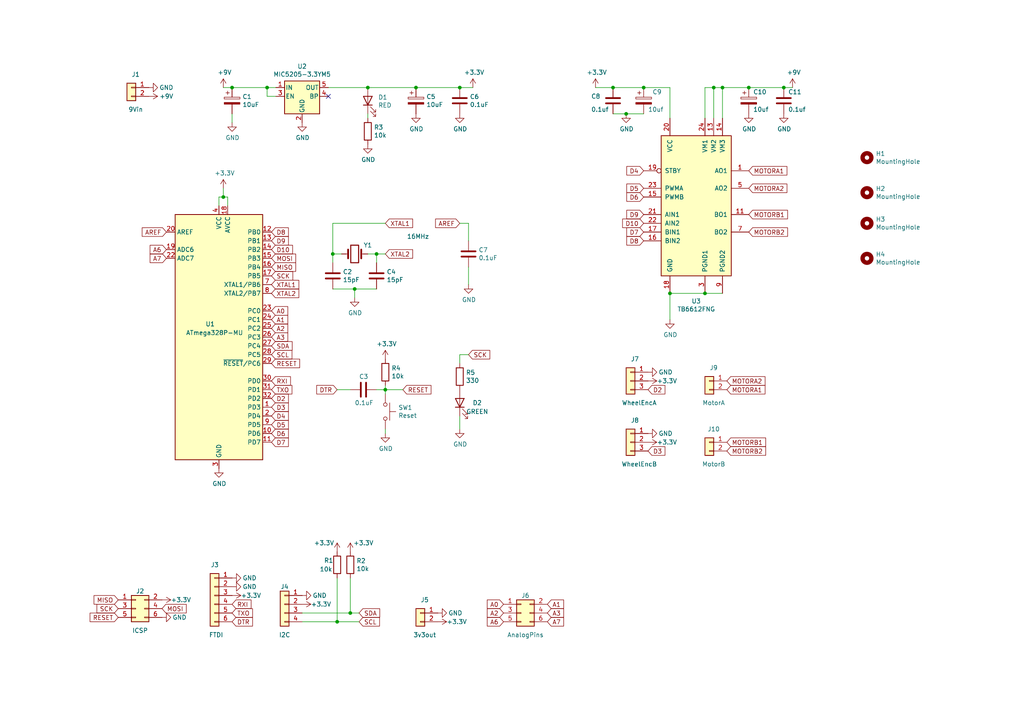
<source format=kicad_sch>
(kicad_sch (version 20230121) (generator eeschema)
  (paper "A4")
  (lib_symbols
    (symbol "Connector_Generic:Conn_01x02" (pin_names (offset 1.016) hide)
      (property "Reference" "J" (at 0 2.54 0))
      (property "Value" "Conn_01x02" (at 0 -5.08 0))
      (symbol "Conn_01x02_1_1"
        (rectangle (start -1.27 -2.413) (end 0 -2.667) (stroke (width 0.1524)))
        (rectangle (start -1.27 0.127) (end 0 -0.127) (stroke (width 0.1524)))
        (rectangle (start -1.27 1.27) (end 1.27 -3.81) (stroke (width 0.254)) (fill (type background)))
        (pin passive line (at -5.08 0 0) (length 3.81) (name "Pin_1") (number "1"))
        (pin passive line (at -5.08 -2.54 0) (length 3.81) (name "Pin_2") (number "2"))
      )
    )
    (symbol "Connector_Generic:Conn_01x03" (pin_names (offset 1.016) hide)
      (property "Reference" "J" (at 0 5.08 0))
      (property "Value" "Conn_01x03" (at 0 -5.08 0))
      (symbol "Conn_01x03_1_1"
        (rectangle (start -1.27 -2.413) (end 0 -2.667) (stroke (width 0.1524)))
        (rectangle (start -1.27 0.127) (end 0 -0.127) (stroke (width 0.1524)))
        (rectangle (start -1.27 2.667) (end 0 2.413) (stroke (width 0.1524)))
        (rectangle (start -1.27 3.81) (end 1.27 -3.81) (stroke (width 0.254)) (fill (type background)))
        (pin passive line (at -5.08 2.54 0) (length 3.81) (name "Pin_1") (number "1"))
        (pin passive line (at -5.08 0 0) (length 3.81) (name "Pin_2") (number "2"))
        (pin passive line (at -5.08 -2.54 0) (length 3.81) (name "Pin_3") (number "3"))
      )
    )
    (symbol "Connector_Generic:Conn_01x04" (pin_names (offset 1.016) hide)
      (property "Reference" "J" (at 0 5.08 0))
      (property "Value" "Conn_01x04" (at 0 -7.62 0))
      (symbol "Conn_01x04_1_1"
        (rectangle (start -1.27 -4.953) (end 0 -5.207) (stroke (width 0.1524)))
        (rectangle (start -1.27 -2.413) (end 0 -2.667) (stroke (width 0.1524)))
        (rectangle (start -1.27 0.127) (end 0 -0.127) (stroke (width 0.1524)))
        (rectangle (start -1.27 2.667) (end 0 2.413) (stroke (width 0.1524)))
        (rectangle (start -1.27 3.81) (end 1.27 -6.35) (stroke (width 0.254)) (fill (type background)))
        (pin passive line (at -5.08 2.54 0) (length 3.81) (name "Pin_1") (number "1"))
        (pin passive line (at -5.08 0 0) (length 3.81) (name "Pin_2") (number "2"))
        (pin passive line (at -5.08 -2.54 0) (length 3.81) (name "Pin_3") (number "3"))
        (pin passive line (at -5.08 -5.08 0) (length 3.81) (name "Pin_4") (number "4"))
      )
    )
    (symbol "Connector_Generic:Conn_01x06" (pin_names (offset 1.016) hide)
      (property "Reference" "J" (at 0 7.62 0))
      (property "Value" "Conn_01x06" (at 0 -10.16 0))
      (symbol "Conn_01x06_1_1"
        (rectangle (start -1.27 -7.493) (end 0 -7.747) (stroke (width 0.1524)))
        (rectangle (start -1.27 -4.953) (end 0 -5.207) (stroke (width 0.1524)))
        (rectangle (start -1.27 -2.413) (end 0 -2.667) (stroke (width 0.1524)))
        (rectangle (start -1.27 0.127) (end 0 -0.127) (stroke (width 0.1524)))
        (rectangle (start -1.27 2.667) (end 0 2.413) (stroke (width 0.1524)))
        (rectangle (start -1.27 5.207) (end 0 4.953) (stroke (width 0.1524)))
        (rectangle (start -1.27 6.35) (end 1.27 -8.89) (stroke (width 0.254)) (fill (type background)))
        (pin passive line (at -5.08 5.08 0) (length 3.81) (name "Pin_1") (number "1"))
        (pin passive line (at -5.08 2.54 0) (length 3.81) (name "Pin_2") (number "2"))
        (pin passive line (at -5.08 0 0) (length 3.81) (name "Pin_3") (number "3"))
        (pin passive line (at -5.08 -2.54 0) (length 3.81) (name "Pin_4") (number "4"))
        (pin passive line (at -5.08 -5.08 0) (length 3.81) (name "Pin_5") (number "5"))
        (pin passive line (at -5.08 -7.62 0) (length 3.81) (name "Pin_6") (number "6"))
      )
    )
    (symbol "Connector_Generic:Conn_02x03_Odd_Even" (pin_names (offset 1.016) hide)
      (property "Reference" "J" (at 1.27 5.08 0))
      (property "Value" "Conn_02x03_Odd_Even" (at 1.27 -5.08 0))
      (symbol "Conn_02x03_Odd_Even_1_1"
        (rectangle (start -1.27 -2.413) (end 0 -2.667) (stroke (width 0.1524)))
        (rectangle (start -1.27 0.127) (end 0 -0.127) (stroke (width 0.1524)))
        (rectangle (start -1.27 2.667) (end 0 2.413) (stroke (width 0.1524)))
        (rectangle (start -1.27 3.81) (end 3.81 -3.81) (stroke (width 0.254)) (fill (type background)))
        (rectangle (start 3.81 -2.413) (end 2.54 -2.667) (stroke (width 0.1524)))
        (rectangle (start 3.81 0.127) (end 2.54 -0.127) (stroke (width 0.1524)))
        (rectangle (start 3.81 2.667) (end 2.54 2.413) (stroke (width 0.1524)))
        (pin passive line (at -5.08 2.54 0) (length 3.81) (name "Pin_1") (number "1"))
        (pin passive line (at 7.62 2.54 180) (length 3.81) (name "Pin_2") (number "2"))
        (pin passive line (at -5.08 0 0) (length 3.81) (name "Pin_3") (number "3"))
        (pin passive line (at 7.62 0 180) (length 3.81) (name "Pin_4") (number "4"))
        (pin passive line (at -5.08 -2.54 0) (length 3.81) (name "Pin_5") (number "5"))
        (pin passive line (at 7.62 -2.54 180) (length 3.81) (name "Pin_6") (number "6"))
      )
    )
    (symbol "Device:C" (pin_numbers hide) (pin_names (offset 0.254))
      (property "Reference" "C" (at 0.635 2.54 0))
      (property "Value" "C" (at 0.635 -2.54 0))
      (symbol "C_0_1"
        (polyline (pts (xy -2.032 -0.762) (xy 2.032 -0.762)) (stroke (width 0.508)))
        (polyline (pts (xy -2.032 0.762) (xy 2.032 0.762)) (stroke (width 0.508)))
      )
      (symbol "C_1_1"
        (pin passive line (at 0 3.81 270) (length 2.794) (name "~") (number "1"))
        (pin passive line (at 0 -3.81 90) (length 2.794) (name "~") (number "2"))
      )
    )
    (symbol "Device:CP" (pin_numbers hide) (pin_names (offset 0.254))
      (property "Reference" "C" (at 0.635 2.54 0))
      (property "Value" "Device_CP" (at 0.635 -2.54 0))
      (symbol "CP_0_1"
        (rectangle (start -2.286 0.508) (end 2.286 1.016))
        (polyline (pts (xy -1.778 2.286) (xy -0.762 2.286)))
        (polyline (pts (xy -1.27 2.794) (xy -1.27 1.778)))
        (rectangle (start 2.286 -0.508) (end -2.286 -1.016) (fill (type outline)))
      )
      (symbol "CP_1_1"
        (pin passive line (at 0 3.81 270) (length 2.794) (name "~") (number "1"))
        (pin passive line (at 0 -3.81 90) (length 2.794) (name "~") (number "2"))
      )
    )
    (symbol "Device:Crystal" (pin_numbers hide) (pin_names (offset 1.016) hide)
      (property "Reference" "Y" (at 0 3.81 0))
      (property "Value" "Crystal" (at 0 -3.81 0))
      (symbol "Crystal_0_1"
        (rectangle (start -1.143 2.54) (end 1.143 -2.54) (stroke (width 0.3048)))
        (polyline (pts (xy -2.54 0) (xy -1.905 0)))
        (polyline (pts (xy -1.905 -1.27) (xy -1.905 1.27)) (stroke (width 0.508)))
        (polyline (pts (xy 1.905 -1.27) (xy 1.905 1.27)) (stroke (width 0.508)))
        (polyline (pts (xy 2.54 0) (xy 1.905 0)))
      )
      (symbol "Crystal_1_1"
        (pin passive line (at -3.81 0 0) (length 1.27) (name "1") (number "1"))
        (pin passive line (at 3.81 0 180) (length 1.27) (name "2") (number "2"))
      )
    )
    (symbol "Device:LED" (pin_numbers hide) (pin_names (offset 1.016) hide)
      (property "Reference" "D" (at 0 2.54 0))
      (property "Value" "LED" (at 0 -2.54 0))
      (symbol "LED_0_1"
        (polyline (pts (xy -1.27 -1.27) (xy -1.27 1.27)) (stroke (width 0.254)))
        (polyline (pts (xy -1.27 0) (xy 1.27 0)))
        (polyline (pts (xy 1.27 -1.27) (xy 1.27 1.27) (xy -1.27 0) (xy 1.27 -1.27)) (stroke (width 0.254)))
        (polyline (pts (xy -3.048 -0.762) (xy -4.572 -2.286) (xy -3.81 -2.286) (xy -4.572 -2.286) (xy -4.572 -1.524)))
        (polyline (pts (xy -1.778 -0.762) (xy -3.302 -2.286) (xy -2.54 -2.286) (xy -3.302 -2.286) (xy -3.302 -1.524)))
      )
      (symbol "LED_1_1"
        (pin passive line (at -3.81 0 0) (length 2.54) (name "K") (number "1"))
        (pin passive line (at 3.81 0 180) (length 2.54) (name "A") (number "2"))
      )
    )
    (symbol "Device:R" (pin_numbers hide) (pin_names (offset 0))
      (property "Reference" "R" (at 2.032 0 90))
      (property "Value" "R" (at 0 0 90))
      (symbol "R_0_1"
        (rectangle (start -1.016 -2.54) (end 1.016 2.54) (stroke (width 0.254)))
      )
      (symbol "R_1_1"
        (pin passive line (at 0 3.81 270) (length 1.27) (name "~") (number "1"))
        (pin passive line (at 0 -3.81 90) (length 1.27) (name "~") (number "2"))
      )
    )
    (symbol "Driver_Motor:TB6612FNG" (pin_names (offset 1.016))
      (property "Reference" "U" (at 11.43 17.78 0))
      (property "Value" "TB6612FNG" (at 11.43 15.24 0))
      (symbol "TB6612FNG_0_1"
        (rectangle (start -10.16 20.32) (end 10.16 -20.32) (stroke (width 0.254)) (fill (type background)))
      )
      (symbol "TB6612FNG_1_1"
        (pin output line (at 15.24 10.16 180) (length 5.08) (name "AO1") (number "1"))
        (pin passive line (at 7.62 -25.4 90) (length 5.08) hide (name "PGND2") (number "10"))
        (pin output line (at 15.24 -2.54 180) (length 5.08) (name "BO1") (number "11"))
        (pin passive line (at 15.24 -2.54 180) (length 5.08) hide (name "BO1") (number "12"))
        (pin power_in line (at 5.08 25.4 270) (length 5.08) (name "VM2") (number "13"))
        (pin power_in line (at 7.62 25.4 270) (length 5.08) (name "VM3") (number "14"))
        (pin input line (at -15.24 2.54 0) (length 5.08) (name "PWMB") (number "15"))
        (pin input line (at -15.24 -10.16 0) (length 5.08) (name "BIN2") (number "16"))
        (pin input line (at -15.24 -7.62 0) (length 5.08) (name "BIN1") (number "17"))
        (pin power_in line (at -7.62 -25.4 90) (length 5.08) (name "GND") (number "18"))
        (pin input inverted (at -15.24 10.16 0) (length 5.08) (name "STBY") (number "19"))
        (pin passive line (at 15.24 10.16 180) (length 5.08) hide (name "AO1") (number "2"))
        (pin power_in line (at -7.62 25.4 270) (length 5.08) (name "VCC") (number "20"))
        (pin input line (at -15.24 -2.54 0) (length 5.08) (name "AIN1") (number "21"))
        (pin input line (at -15.24 -5.08 0) (length 5.08) (name "AIN2") (number "22"))
        (pin input line (at -15.24 5.08 0) (length 5.08) (name "PWMA") (number "23"))
        (pin power_in line (at 2.54 25.4 270) (length 5.08) (name "VM1") (number "24"))
        (pin power_in line (at 2.54 -25.4 90) (length 5.08) (name "PGND1") (number "3"))
        (pin passive line (at 2.54 -25.4 90) (length 5.08) hide (name "PGND1") (number "4"))
        (pin output line (at 15.24 5.08 180) (length 5.08) (name "AO2") (number "5"))
        (pin passive line (at 15.24 5.08 180) (length 5.08) hide (name "AO2") (number "6"))
        (pin output line (at 15.24 -7.62 180) (length 5.08) (name "BO2") (number "7"))
        (pin passive line (at 15.24 -7.62 180) (length 5.08) hide (name "BO2") (number "8"))
        (pin power_in line (at 7.62 -25.4 90) (length 5.08) (name "PGND2") (number "9"))
      )
    )
    (symbol "MCU_Microchip_ATmega:ATmega328P-MU"
      (property "Reference" "U" (at -12.7 36.83 0))
      (property "Value" "MCU_Microchip_ATmega_ATmega328P-MU" (at 2.54 -36.83 0))
      (symbol "ATmega328P-MU_0_1"
        (rectangle (start -12.7 -35.56) (end 12.7 35.56) (stroke (width 0.254)) (fill (type background)))
      )
      (symbol "ATmega328P-MU_1_1"
        (pin bidirectional line (at 15.24 -20.32 180) (length 2.54) (name "PD3") (number "1"))
        (pin bidirectional line (at 15.24 -27.94 180) (length 2.54) (name "PD6") (number "10"))
        (pin bidirectional line (at 15.24 -30.48 180) (length 2.54) (name "PD7") (number "11"))
        (pin bidirectional line (at 15.24 30.48 180) (length 2.54) (name "PB0") (number "12"))
        (pin bidirectional line (at 15.24 27.94 180) (length 2.54) (name "PB1") (number "13"))
        (pin bidirectional line (at 15.24 25.4 180) (length 2.54) (name "PB2") (number "14"))
        (pin bidirectional line (at 15.24 22.86 180) (length 2.54) (name "PB3") (number "15"))
        (pin bidirectional line (at 15.24 20.32 180) (length 2.54) (name "PB4") (number "16"))
        (pin bidirectional line (at 15.24 17.78 180) (length 2.54) (name "PB5") (number "17"))
        (pin power_in line (at 2.54 38.1 270) (length 2.54) (name "AVCC") (number "18"))
        (pin input line (at -15.24 25.4 0) (length 2.54) (name "ADC6") (number "19"))
        (pin bidirectional line (at 15.24 -22.86 180) (length 2.54) (name "PD4") (number "2"))
        (pin passive line (at -15.24 30.48 0) (length 2.54) (name "AREF") (number "20"))
        (pin passive line (at 0 -38.1 90) (length 2.54) hide (name "GND") (number "21"))
        (pin input line (at -15.24 22.86 0) (length 2.54) (name "ADC7") (number "22"))
        (pin bidirectional line (at 15.24 7.62 180) (length 2.54) (name "PC0") (number "23"))
        (pin bidirectional line (at 15.24 5.08 180) (length 2.54) (name "PC1") (number "24"))
        (pin bidirectional line (at 15.24 2.54 180) (length 2.54) (name "PC2") (number "25"))
        (pin bidirectional line (at 15.24 0 180) (length 2.54) (name "PC3") (number "26"))
        (pin bidirectional line (at 15.24 -2.54 180) (length 2.54) (name "PC4") (number "27"))
        (pin bidirectional line (at 15.24 -5.08 180) (length 2.54) (name "PC5") (number "28"))
        (pin bidirectional line (at 15.24 -7.62 180) (length 2.54) (name "~{RESET}/PC6") (number "29"))
        (pin power_in line (at 0 -38.1 90) (length 2.54) (name "GND") (number "3"))
        (pin bidirectional line (at 15.24 -12.7 180) (length 2.54) (name "PD0") (number "30"))
        (pin bidirectional line (at 15.24 -15.24 180) (length 2.54) (name "PD1") (number "31"))
        (pin bidirectional line (at 15.24 -17.78 180) (length 2.54) (name "PD2") (number "32"))
        (pin passive line (at 0 -38.1 90) (length 2.54) hide (name "GND") (number "33"))
        (pin power_in line (at 0 38.1 270) (length 2.54) (name "VCC") (number "4"))
        (pin passive line (at 0 -38.1 90) (length 2.54) hide (name "GND") (number "5"))
        (pin passive line (at 0 38.1 270) (length 2.54) hide (name "VCC") (number "6"))
        (pin bidirectional line (at 15.24 15.24 180) (length 2.54) (name "XTAL1/PB6") (number "7"))
        (pin bidirectional line (at 15.24 12.7 180) (length 2.54) (name "XTAL2/PB7") (number "8"))
        (pin bidirectional line (at 15.24 -25.4 180) (length 2.54) (name "PD5") (number "9"))
      )
    )
    (symbol "Mechanical:MountingHole" (pin_names (offset 1.016))
      (property "Reference" "H" (at 0 5.08 0))
      (property "Value" "MountingHole" (at 0 3.175 0))
      (symbol "MountingHole_0_1"
        (circle (center 0 0) (radius 1.27) (stroke (width 1.27)))
      )
    )
    (symbol "Regulator_Linear:MIC5205-3.3YM5" (pin_names (offset 0.254))
      (property "Reference" "U" (at -3.81 5.715 0))
      (property "Value" "MIC5205-3.3YM5" (at 0 5.715 0))
      (symbol "MIC5205-3.3YM5_0_1"
        (rectangle (start -5.08 4.445) (end 5.08 -5.08) (stroke (width 0.254)) (fill (type background)))
      )
      (symbol "MIC5205-3.3YM5_1_1"
        (pin power_in line (at -7.62 2.54 0) (length 2.54) (name "IN") (number "1"))
        (pin power_in line (at 0 -7.62 90) (length 2.54) (name "GND") (number "2"))
        (pin input line (at -7.62 0 0) (length 2.54) (name "EN") (number "3"))
        (pin input line (at 7.62 0 180) (length 2.54) (name "BP") (number "4"))
        (pin power_out line (at 7.62 2.54 180) (length 2.54) (name "OUT") (number "5"))
      )
    )
    (symbol "Switch:SW_Push" (pin_numbers hide) (pin_names (offset 1.016) hide)
      (property "Reference" "SW" (at 1.27 2.54 0))
      (property "Value" "SW_Push" (at 0 -1.524 0))
      (symbol "SW_Push_0_1"
        (circle (center -2.032 0) (radius 0.508))
        (polyline (pts (xy 0 1.27) (xy 0 3.048)))
        (polyline (pts (xy 2.54 1.27) (xy -2.54 1.27)))
        (circle (center 2.032 0) (radius 0.508))
        (pin passive line (at -5.08 0 0) (length 2.54) (name "1") (number "1"))
        (pin passive line (at 5.08 0 180) (length 2.54) (name "2") (number "2"))
      )
    )
    (symbol "power:+3.3V" (power) (pin_names (offset 0))
      (property "Value" "+3.3V" (at 0 3.556 0))
      (symbol "+3.3V_0_1"
        (polyline (pts (xy -0.762 1.27) (xy 0 2.54)))
        (polyline (pts (xy 0 0) (xy 0 2.54)))
        (polyline (pts (xy 0 2.54) (xy 0.762 1.27)))
      )
      (symbol "+3.3V_1_1"
        (pin power_in line (at 0 0 90) (length 0) hide (name "+3.3V") (number "1"))
      )
    )
    (symbol "power:+9V" (power) (pin_names (offset 0))
      (property "Value" "+9V" (at 0 3.556 0))
      (symbol "+9V_0_1"
        (polyline (pts (xy -0.762 1.27) (xy 0 2.54)))
        (polyline (pts (xy 0 0) (xy 0 2.54)))
        (polyline (pts (xy 0 2.54) (xy 0.762 1.27)))
      )
      (symbol "+9V_1_1"
        (pin power_in line (at 0 0 90) (length 0) hide (name "+9V") (number "1"))
      )
    )
    (symbol "power:GND" (power) (pin_names (offset 0))
      (property "Value" "GND" (at 0 -3.81 0))
      (symbol "GND_0_1"
        (polyline (pts (xy 0 0) (xy 0 -1.27) (xy 1.27 -1.27) (xy 0 -2.54) (xy -1.27 -1.27) (xy 0 -1.27)))
      )
      (symbol "GND_1_1"
        (pin power_in line (at 0 0 270) (length 0) hide (name "GND") (number "1"))
      )
    )
  )
  (junction (at 186.69 25.4))
  (junction (at 111.76 113.03))
  (junction (at 106.68 25.4))
  (junction (at 181.61 33.02))
  (junction (at 64.77 57.15))
  (junction (at 120.65 25.4))
  (junction (at 227.33 25.4))
  (junction (at 109.22 73.66))
  (junction (at 97.79 180.34))
  (junction (at 77.47 25.4))
  (junction (at 194.31 85.09))
  (junction (at 102.87 83.82))
  (junction (at 67.31 25.4))
  (junction (at 101.6 177.8))
  (junction (at 96.52 73.66))
  (junction (at 217.17 25.4))
  (junction (at 204.47 85.09))
  (junction (at 209.55 25.4))
  (junction (at 177.8 25.4))
  (junction (at 133.35 25.4))
  (junction (at 207.01 25.4))
  (no_connect (at 95.25 27.94))
  (wire (pts (xy 204.47 85.09) (xy 194.31 85.09)))
  (wire (pts (xy 104.14 180.34) (xy 97.79 180.34)))
  (wire (pts (xy 64.77 57.15) (xy 66.04 57.15)))
  (wire (pts (xy 120.65 25.4) (xy 133.35 25.4)))
  (wire (pts (xy 106.68 25.4) (xy 120.65 25.4)))
  (wire (pts (xy 135.89 64.77) (xy 135.89 69.85)))
  (wire (pts (xy 101.6 113.03) (xy 97.79 113.03)))
  (wire (pts (xy 207.01 25.4) (xy 207.01 34.29)))
  (wire (pts (xy 133.35 64.77) (xy 135.89 64.77)))
  (wire (pts (xy 66.04 57.15) (xy 66.04 59.69)))
  (wire (pts (xy 97.79 180.34) (xy 87.63 180.34)))
  (wire (pts (xy 97.79 167.64) (xy 97.79 180.34)))
  (wire (pts (xy 77.47 27.94) (xy 80.01 27.94)))
  (wire (pts (xy 111.76 113.03) (xy 116.84 113.03)))
  (wire (pts (xy 204.47 25.4) (xy 207.01 25.4)))
  (wire (pts (xy 204.47 25.4) (xy 204.47 34.29)))
  (wire (pts (xy 64.77 57.15) (xy 64.77 54.61)))
  (wire (pts (xy 67.31 33.02) (xy 67.31 35.56)))
  (wire (pts (xy 106.68 33.02) (xy 106.68 34.29)))
  (wire (pts (xy 194.31 25.4) (xy 194.31 34.29)))
  (wire (pts (xy 109.22 73.66) (xy 111.76 73.66)))
  (wire (pts (xy 106.68 73.66) (xy 109.22 73.66)))
  (wire (pts (xy 96.52 76.2) (xy 96.52 73.66)))
  (wire (pts (xy 133.35 25.4) (xy 137.16 25.4)))
  (wire (pts (xy 109.22 73.66) (xy 109.22 76.2)))
  (wire (pts (xy 95.25 25.4) (xy 106.68 25.4)))
  (wire (pts (xy 102.87 86.36) (xy 102.87 83.82)))
  (wire (pts (xy 67.31 25.4) (xy 77.47 25.4)))
  (wire (pts (xy 87.63 177.8) (xy 101.6 177.8)))
  (wire (pts (xy 177.8 25.4) (xy 186.69 25.4)))
  (wire (pts (xy 77.47 25.4) (xy 77.47 27.94)))
  (wire (pts (xy 111.76 113.03) (xy 111.76 114.3)))
  (wire (pts (xy 181.61 33.02) (xy 186.69 33.02)))
  (wire (pts (xy 101.6 167.64) (xy 101.6 177.8)))
  (wire (pts (xy 63.5 59.69) (xy 63.5 57.15)))
  (wire (pts (xy 77.47 25.4) (xy 80.01 25.4)))
  (wire (pts (xy 111.76 111.76) (xy 111.76 113.03)))
  (wire (pts (xy 209.55 85.09) (xy 204.47 85.09)))
  (wire (pts (xy 227.33 25.4) (xy 217.17 25.4)))
  (wire (pts (xy 172.72 25.4) (xy 177.8 25.4)))
  (wire (pts (xy 109.22 113.03) (xy 111.76 113.03)))
  (wire (pts (xy 102.87 83.82) (xy 109.22 83.82)))
  (wire (pts (xy 96.52 64.77) (xy 111.76 64.77)))
  (wire (pts (xy 133.35 102.87) (xy 133.35 105.41)))
  (wire (pts (xy 63.5 57.15) (xy 64.77 57.15)))
  (wire (pts (xy 229.87 25.4) (xy 227.33 25.4)))
  (wire (pts (xy 209.55 25.4) (xy 217.17 25.4)))
  (wire (pts (xy 135.89 102.87) (xy 133.35 102.87)))
  (wire (pts (xy 186.69 25.4) (xy 194.31 25.4)))
  (wire (pts (xy 64.77 25.4) (xy 67.31 25.4)))
  (wire (pts (xy 207.01 25.4) (xy 209.55 25.4)))
  (wire (pts (xy 96.52 73.66) (xy 99.06 73.66)))
  (wire (pts (xy 209.55 25.4) (xy 209.55 34.29)))
  (wire (pts (xy 111.76 124.46) (xy 111.76 125.73)))
  (wire (pts (xy 177.8 33.02) (xy 181.61 33.02)))
  (wire (pts (xy 101.6 177.8) (xy 104.14 177.8)))
  (wire (pts (xy 96.52 73.66) (xy 96.52 64.77)))
  (wire (pts (xy 96.52 83.82) (xy 102.87 83.82)))
  (wire (pts (xy 135.89 77.47) (xy 135.89 82.55)))
  (wire (pts (xy 194.31 85.09) (xy 194.31 92.71)))
  (wire (pts (xy 133.35 124.46) (xy 133.35 120.65)))
  (global_label "A1" (shape input) (at 158.75 175.26 0) (property "Intersheetrefs" "${INTERSHEET_REFS}" (effects hide)))
  (global_label "SCK" (shape input) (at 34.29 176.53 180) (property "Intersheetrefs" "${INTERSHEET_REFS}" (effects hide)))
  (global_label "RESET" (shape input) (at 34.29 179.07 180) (property "Intersheetrefs" "${INTERSHEET_REFS}" (effects hide)))
  (global_label "MOTORB1" (shape input) (at 210.82 128.27 0) (property "Intersheetrefs" "${INTERSHEET_REFS}" (effects hide)))
  (global_label "D2" (shape input) (at 78.74 115.57 0) (property "Intersheetrefs" "${INTERSHEET_REFS}" (effects hide)))
  (global_label "MOTORB1" (shape input) (at 217.17 62.23 0) (property "Intersheetrefs" "${INTERSHEET_REFS}" (effects hide)))
  (global_label "D4" (shape input) (at 186.69 49.53 180) (property "Intersheetrefs" "${INTERSHEET_REFS}" (effects hide)))
  (global_label "A6" (shape input) (at 146.05 180.34 180) (property "Intersheetrefs" "${INTERSHEET_REFS}" (effects hide)))
  (global_label "A2" (shape input) (at 146.05 177.8 180) (property "Intersheetrefs" "${INTERSHEET_REFS}" (effects hide)))
  (global_label "MOSI" (shape input) (at 78.74 74.93 0) (property "Intersheetrefs" "${INTERSHEET_REFS}" (effects hide)))
  (global_label "MOTORA1" (shape input) (at 210.82 113.03 0) (property "Intersheetrefs" "${INTERSHEET_REFS}" (effects hide)))
  (global_label "A2" (shape input) (at 78.74 95.25 0) (property "Intersheetrefs" "${INTERSHEET_REFS}" (effects hide)))
  (global_label "A7" (shape input) (at 48.26 74.93 180) (property "Intersheetrefs" "${INTERSHEET_REFS}" (effects hide)))
  (global_label "D9" (shape input) (at 186.69 62.23 180) (property "Intersheetrefs" "${INTERSHEET_REFS}" (effects hide)))
  (global_label "TXO" (shape input) (at 78.74 113.03 0) (property "Intersheetrefs" "${INTERSHEET_REFS}" (effects hide)))
  (global_label "D4" (shape input) (at 78.74 120.65 0) (property "Intersheetrefs" "${INTERSHEET_REFS}" (effects hide)))
  (global_label "D5" (shape input) (at 78.74 123.19 0) (property "Intersheetrefs" "${INTERSHEET_REFS}" (effects hide)))
  (global_label "D8" (shape input) (at 186.69 69.85 180) (property "Intersheetrefs" "${INTERSHEET_REFS}" (effects hide)))
  (global_label "D6" (shape input) (at 78.74 125.73 0) (property "Intersheetrefs" "${INTERSHEET_REFS}" (effects hide)))
  (global_label "RXI" (shape input) (at 78.74 110.49 0) (property "Intersheetrefs" "${INTERSHEET_REFS}" (effects hide)))
  (global_label "MOSI" (shape input) (at 46.99 176.53 0) (property "Intersheetrefs" "${INTERSHEET_REFS}" (effects hide)))
  (global_label "MOTORA2" (shape input) (at 217.17 54.61 0) (property "Intersheetrefs" "${INTERSHEET_REFS}" (effects hide)))
  (global_label "A3" (shape input) (at 158.75 177.8 0) (property "Intersheetrefs" "${INTERSHEET_REFS}" (effects hide)))
  (global_label "MOTORA1" (shape input) (at 217.17 49.53 0) (property "Intersheetrefs" "${INTERSHEET_REFS}" (effects hide)))
  (global_label "SCK" (shape input) (at 78.74 80.01 0) (property "Intersheetrefs" "${INTERSHEET_REFS}" (effects hide)))
  (global_label "D9" (shape input) (at 78.74 69.85 0) (property "Intersheetrefs" "${INTERSHEET_REFS}" (effects hide)))
  (global_label "XTAL1" (shape input) (at 78.74 82.55 0) (property "Intersheetrefs" "${INTERSHEET_REFS}" (effects hide)))
  (global_label "A3" (shape input) (at 78.74 97.79 0) (property "Intersheetrefs" "${INTERSHEET_REFS}" (effects hide)))
  (global_label "XTAL1" (shape input) (at 111.76 64.77 0) (property "Intersheetrefs" "${INTERSHEET_REFS}" (effects hide)))
  (global_label "RESET" (shape input) (at 116.84 113.03 0) (property "Intersheetrefs" "${INTERSHEET_REFS}" (effects hide)))
  (global_label "A6" (shape input) (at 48.26 72.39 180) (property "Intersheetrefs" "${INTERSHEET_REFS}" (effects hide)))
  (global_label "DTR" (shape input) (at 67.31 180.34 0) (property "Intersheetrefs" "${INTERSHEET_REFS}" (effects hide)))
  (global_label "A7" (shape input) (at 158.75 180.34 0) (property "Intersheetrefs" "${INTERSHEET_REFS}" (effects hide)))
  (global_label "RXI" (shape input) (at 67.31 175.26 0) (property "Intersheetrefs" "${INTERSHEET_REFS}" (effects hide)))
  (global_label "SDA" (shape input) (at 78.74 100.33 0) (property "Intersheetrefs" "${INTERSHEET_REFS}" (effects hide)))
  (global_label "MOTORA2" (shape input) (at 210.82 110.49 0) (property "Intersheetrefs" "${INTERSHEET_REFS}" (effects hide)))
  (global_label "SCL" (shape input) (at 78.74 102.87 0) (property "Intersheetrefs" "${INTERSHEET_REFS}" (effects hide)))
  (global_label "MISO" (shape input) (at 78.74 77.47 0) (property "Intersheetrefs" "${INTERSHEET_REFS}" (effects hide)))
  (global_label "D7" (shape input) (at 186.69 67.31 180) (property "Intersheetrefs" "${INTERSHEET_REFS}" (effects hide)))
  (global_label "AREF" (shape input) (at 48.26 67.31 180) (property "Intersheetrefs" "${INTERSHEET_REFS}" (effects hide)))
  (global_label "D10" (shape input) (at 186.69 64.77 180) (property "Intersheetrefs" "${INTERSHEET_REFS}" (effects hide)))
  (global_label "TXO" (shape input) (at 67.31 177.8 0) (property "Intersheetrefs" "${INTERSHEET_REFS}" (effects hide)))
  (global_label "SCK" (shape input) (at 135.89 102.87 0) (property "Intersheetrefs" "${INTERSHEET_REFS}" (effects hide)))
  (global_label "XTAL2" (shape input) (at 111.76 73.66 0) (property "Intersheetrefs" "${INTERSHEET_REFS}" (effects hide)))
  (global_label "MOTORB2" (shape input) (at 210.82 130.81 0) (property "Intersheetrefs" "${INTERSHEET_REFS}" (effects hide)))
  (global_label "A1" (shape input) (at 78.74 92.71 0) (property "Intersheetrefs" "${INTERSHEET_REFS}" (effects hide)))
  (global_label "DTR" (shape input) (at 97.79 113.03 180) (property "Intersheetrefs" "${INTERSHEET_REFS}" (effects hide)))
  (global_label "RESET" (shape input) (at 78.74 105.41 0) (property "Intersheetrefs" "${INTERSHEET_REFS}" (effects hide)))
  (global_label "D7" (shape input) (at 78.74 128.27 0) (property "Intersheetrefs" "${INTERSHEET_REFS}" (effects hide)))
  (global_label "D10" (shape input) (at 78.74 72.39 0) (property "Intersheetrefs" "${INTERSHEET_REFS}" (effects hide)))
  (global_label "AREF" (shape input) (at 133.35 64.77 180) (property "Intersheetrefs" "${INTERSHEET_REFS}" (effects hide)))
  (global_label "D8" (shape input) (at 78.74 67.31 0) (property "Intersheetrefs" "${INTERSHEET_REFS}" (effects hide)))
  (global_label "D2" (shape input) (at 187.96 113.03 0) (property "Intersheetrefs" "${INTERSHEET_REFS}" (effects hide)))
  (global_label "A0" (shape input) (at 146.05 175.26 180) (property "Intersheetrefs" "${INTERSHEET_REFS}" (effects hide)))
  (global_label "A0" (shape input) (at 78.74 90.17 0) (property "Intersheetrefs" "${INTERSHEET_REFS}" (effects hide)))
  (global_label "D5" (shape input) (at 186.69 54.61 180) (property "Intersheetrefs" "${INTERSHEET_REFS}" (effects hide)))
  (global_label "D3" (shape input) (at 78.74 118.11 0) (property "Intersheetrefs" "${INTERSHEET_REFS}" (effects hide)))
  (global_label "D3" (shape input) (at 187.96 130.81 0) (property "Intersheetrefs" "${INTERSHEET_REFS}" (effects hide)))
  (global_label "MISO" (shape input) (at 34.29 173.99 180) (property "Intersheetrefs" "${INTERSHEET_REFS}" (effects hide)))
  (global_label "SDA" (shape input) (at 104.14 177.8 0) (property "Intersheetrefs" "${INTERSHEET_REFS}" (effects hide)))
  (global_label "D6" (shape input) (at 186.69 57.15 180) (property "Intersheetrefs" "${INTERSHEET_REFS}" (effects hide)))
  (global_label "SCL" (shape input) (at 104.14 180.34 0) (property "Intersheetrefs" "${INTERSHEET_REFS}" (effects hide)))
  (global_label "MOTORB2" (shape input) (at 217.17 67.31 0) (property "Intersheetrefs" "${INTERSHEET_REFS}" (effects hide)))
  (global_label "XTAL2" (shape input) (at 78.74 85.09 0) (property "Intersheetrefs" "${INTERSHEET_REFS}" (effects hide)))
  (symbol (lib_id "MCU_Microchip_ATmega:ATmega328P-MU") (at 63.5 97.79 0) (unit 1)
    (property "Reference" "U1" (at 60.96 93.98 0))
    (property "Value" "ATmega328P-MU" (at 62.23 96.52 0))
    (property "Footprint" "Package_DFN_QFN:QFN-32-1EP_5x5mm_P0.5mm_EP3.1x3.1mm" (effects hide))
    (property "Datasheet" "http://ww1.microchip.com/downloads/en/DeviceDoc/ATmega328_P%20AVR%20MCU%20with%20picoPower%20Technology%20Data%20Sheet%2040001984A.pdf" (effects hide))
  )
  (symbol (lib_id "Device:Crystal") (at 102.87 73.66 180) (unit 1)
    (property "Reference" "Y1" (at 107.95 71.12 0) (effects (justify left)))
    (property "Value" "16MHz" (at 124.46 68.58 0) (effects (justify left)))
    (property "Footprint" "Crystal:Crystal_SMD_HC49-SD" (effects hide))
  )
  (symbol (lib_id "Device:C") (at 109.22 80.01 180) (unit 1)
    (property "Reference" "C4" (at 112.141 78.8416 0) (effects (justify right)))
    (property "Value" "15pF" (at 112.141 81.153 0) (effects (justify right)))
    (property "Footprint" "Capacitor_SMD:C_0402_1005Metric" (effects hide))
  )
  (symbol (lib_id "Device:C") (at 96.52 80.01 180) (unit 1)
    (property "Reference" "C2" (at 99.441 78.8416 0) (effects (justify right)))
    (property "Value" "15pF" (at 99.441 81.153 0) (effects (justify right)))
    (property "Footprint" "Capacitor_SMD:C_0402_1005Metric" (effects hide))
  )
  (symbol (lib_id "power:GND") (at 102.87 86.36 0) (unit 1)
    (property "Reference" "#PWR016" (effects hide))
    (property "Value" "GND" (at 102.997 90.7542 0))
  )
  (symbol (lib_id "Device:C") (at 135.89 73.66 180) (unit 1)
    (property "Reference" "C7" (at 138.811 72.4916 0) (effects (justify right)))
    (property "Value" "0.1uF" (at 138.811 74.803 0) (effects (justify right)))
    (property "Footprint" "Capacitor_SMD:C_0402_1005Metric" (effects hide))
  )
  (symbol (lib_id "power:GND") (at 135.89 82.55 0) (unit 1)
    (property "Reference" "#PWR025" (effects hide))
    (property "Value" "GND" (at 136.017 86.9442 0))
  )
  (symbol (lib_id "power:GND") (at 63.5 135.89 0) (unit 1)
    (property "Reference" "#PWR05" (effects hide))
    (property "Value" "GND" (at 63.627 140.2842 0))
  )
  (symbol (lib_id "Device:R") (at 111.76 107.95 0) (unit 1)
    (property "Reference" "R4" (at 113.538 106.7816 0) (effects (justify left)))
    (property "Value" "10k" (at 113.538 109.093 0) (effects (justify left)))
    (property "Footprint" "Resistor_SMD:R_0402_1005Metric" (effects hide))
  )
  (symbol (lib_id "Switch:SW_Push") (at 111.76 119.38 270) (unit 1)
    (property "Reference" "SW1" (at 115.5192 118.2116 90) (effects (justify left)))
    (property "Value" "Reset" (at 115.5192 120.523 90) (effects (justify left)))
    (property "Footprint" "Button_Switch_SMD:SW_SPST_B3U-1000P-B" (effects hide))
  )
  (symbol (lib_id "power:GND") (at 111.76 125.73 0) (unit 1)
    (property "Reference" "#PWR019" (effects hide))
    (property "Value" "GND" (at 111.887 130.1242 0))
  )
  (symbol (lib_id "Mechanical:MountingHole") (at 251.46 45.72 0) (unit 1)
    (property "Reference" "H1" (at 254 44.5516 0) (effects (justify left)))
    (property "Value" "MountingHole" (at 254 46.863 0) (effects (justify left)))
    (property "Footprint" "MountingHole:MountingHole_2.5mm" (effects hide))
  )
  (symbol (lib_id "Mechanical:MountingHole") (at 251.46 55.88 0) (unit 1)
    (property "Reference" "H2" (at 254 54.7116 0) (effects (justify left)))
    (property "Value" "MountingHole" (at 254 57.023 0) (effects (justify left)))
    (property "Footprint" "MountingHole:MountingHole_2.5mm" (effects hide))
  )
  (symbol (lib_id "Mechanical:MountingHole") (at 251.46 64.77 0) (unit 1)
    (property "Reference" "H3" (at 254 63.6016 0) (effects (justify left)))
    (property "Value" "MountingHole" (at 254 65.913 0) (effects (justify left)))
    (property "Footprint" "MountingHole:MountingHole_2.5mm" (effects hide))
  )
  (symbol (lib_id "Mechanical:MountingHole") (at 251.46 74.93 0) (unit 1)
    (property "Reference" "H4" (at 254 73.7616 0) (effects (justify left)))
    (property "Value" "MountingHole" (at 254 76.073 0) (effects (justify left)))
    (property "Footprint" "MountingHole:MountingHole_2.5mm" (effects hide))
  )
  (symbol (lib_id "power:+3.3V") (at 111.76 104.14 0) (unit 1)
    (property "Reference" "#PWR018" (effects hide))
    (property "Value" "+3.3V" (at 112.141 99.7458 0))
  )
  (symbol (lib_id "Device:C") (at 105.41 113.03 90) (unit 1)
    (property "Reference" "C3" (at 104.14 109.22 90) (effects (justify right)))
    (property "Value" "0.1uF" (at 102.87 116.84 90) (effects (justify right)))
    (property "Footprint" "Capacitor_SMD:C_0402_1005Metric" (effects hide))
  )
  (symbol (lib_id "power:+3.3V") (at 64.77 54.61 0) (unit 1)
    (property "Reference" "#PWR07" (effects hide))
    (property "Value" "+3.3V" (at 65.151 50.2158 0))
  )
  (symbol (lib_id "Device:R") (at 133.35 109.22 0) (unit 1)
    (property "Reference" "R5" (at 135.128 108.0516 0) (effects (justify left)))
    (property "Value" "330" (at 135.128 110.363 0) (effects (justify left)))
    (property "Footprint" "Resistor_SMD:R_0402_1005Metric" (effects hide))
  )
  (symbol (lib_id "Device:LED") (at 133.35 116.84 90) (unit 1)
    (property "Reference" "D2" (at 138.43 116.84 90))
    (property "Value" "GREEN" (at 138.43 119.38 90))
    (property "Footprint" "Diode_SMD:D_0402_1005Metric" (effects hide))
  )
  (symbol (lib_id "power:GND") (at 133.35 124.46 0) (unit 1)
    (property "Reference" "#PWR024" (effects hide))
    (property "Value" "GND" (at 133.477 128.8542 0))
  )
  (symbol (lib_id "Connector_Generic:Conn_01x06") (at 62.23 172.72 0) (mirror y) (unit 1)
    (property "Reference" "J3" (at 63.5 163.83 0) (effects (justify left)))
    (property "Value" "FTDI" (at 64.77 184.15 0) (effects (justify left)))
    (property "Footprint" "Connector_PinHeader_2.54mm:PinHeader_1x06_P2.54mm_Vertical" (effects hide))
  )
  (symbol (lib_id "power:GND") (at 67.31 167.64 90) (unit 1)
    (property "Reference" "#PWR08" (effects hide))
    (property "Value" "GND" (at 72.39 167.64 90))
  )
  (symbol (lib_id "power:GND") (at 67.31 170.18 90) (unit 1)
    (property "Reference" "#PWR09" (effects hide))
    (property "Value" "GND" (at 72.39 170.18 90))
  )
  (symbol (lib_id "power:+3.3V") (at 67.31 172.72 270) (unit 1)
    (property "Reference" "#PWR010" (effects hide))
    (property "Value" "+3.3V" (at 69.85 172.72 90) (effects (justify left)))
  )
  (symbol (lib_id "Regulator_Linear:MIC5205-3.3YM5") (at 87.63 27.94 0) (unit 1)
    (property "Reference" "U2" (at 87.63 19.2532 0))
    (property "Value" "MIC5205-3.3YM5" (at 87.63 21.5646 0))
    (property "Footprint" "Package_TO_SOT_SMD:SOT-23-5" (effects hide))
    (property "Datasheet" "http://ww1.microchip.com/downloads/en/DeviceDoc/20005785A.pdf" (effects hide))
  )
  (symbol (lib_id "Device:CP") (at 67.31 29.21 0) (unit 1)
    (property "Reference" "C1" (at 70.3072 28.0416 0) (effects (justify left)))
    (property "Value" "10uF" (at 70.3072 30.353 0) (effects (justify left)))
    (property "Footprint" "Capacitor_SMD:CP_Elec_4x5.4" (effects hide))
  )
  (symbol (lib_id "Device:LED") (at 106.68 29.21 90) (unit 1)
    (property "Reference" "D1" (at 109.6772 28.2194 90) (effects (justify right)))
    (property "Value" "RED" (at 109.6772 30.5308 90) (effects (justify right)))
    (property "Footprint" "Diode_SMD:D_0402_1005Metric" (effects hide))
  )
  (symbol (lib_id "Device:R") (at 106.68 38.1 0) (unit 1)
    (property "Reference" "R3" (at 108.458 36.9316 0) (effects (justify left)))
    (property "Value" "10k" (at 108.458 39.243 0) (effects (justify left)))
    (property "Footprint" "Resistor_SMD:R_0402_1005Metric" (effects hide))
  )
  (symbol (lib_id "Device:CP") (at 120.65 29.21 0) (unit 1)
    (property "Reference" "C5" (at 123.6472 28.0416 0) (effects (justify left)))
    (property "Value" "10uF" (at 123.6472 30.353 0) (effects (justify left)))
    (property "Footprint" "Capacitor_SMD:CP_Elec_4x5.4" (effects hide))
  )
  (symbol (lib_id "Device:C") (at 133.35 29.21 0) (unit 1)
    (property "Reference" "C6" (at 136.271 28.0416 0) (effects (justify left)))
    (property "Value" "0.1uF" (at 136.271 30.353 0) (effects (justify left)))
    (property "Footprint" "Capacitor_SMD:C_0402_1005Metric" (effects hide))
  )
  (symbol (lib_id "power:GND") (at 87.63 35.56 0) (unit 1)
    (property "Reference" "#PWR011" (effects hide))
    (property "Value" "GND" (at 87.757 39.9542 0))
  )
  (symbol (lib_id "power:GND") (at 106.68 41.91 0) (unit 1)
    (property "Reference" "#PWR017" (effects hide))
    (property "Value" "GND" (at 106.807 46.3042 0))
  )
  (symbol (lib_id "power:GND") (at 120.65 33.02 0) (unit 1)
    (property "Reference" "#PWR020" (effects hide))
    (property "Value" "GND" (at 120.777 37.4142 0))
  )
  (symbol (lib_id "power:GND") (at 133.35 33.02 0) (unit 1)
    (property "Reference" "#PWR023" (effects hide))
    (property "Value" "GND" (at 133.477 37.4142 0))
  )
  (symbol (lib_id "power:+3.3V") (at 137.16 25.4 0) (unit 1)
    (property "Reference" "#PWR026" (effects hide))
    (property "Value" "+3.3V" (at 137.541 21.0058 0))
  )
  (symbol (lib_id "Device:R") (at 97.79 163.83 0) (unit 1)
    (property "Reference" "R1" (at 93.98 162.56 0) (effects (justify left)))
    (property "Value" "10k" (at 92.71 165.1 0) (effects (justify left)))
    (property "Footprint" "Resistor_SMD:R_0402_1005Metric" (effects hide))
  )
  (symbol (lib_id "Device:R") (at 101.6 163.83 0) (unit 1)
    (property "Reference" "R2" (at 103.378 162.6616 0) (effects (justify left)))
    (property "Value" "10k" (at 103.378 164.973 0) (effects (justify left)))
    (property "Footprint" "Resistor_SMD:R_0402_1005Metric" (effects hide))
  )
  (symbol (lib_id "power:+3.3V") (at 97.79 160.02 0) (unit 1)
    (property "Reference" "#PWR014" (effects hide))
    (property "Value" "+3.3V" (at 93.98 157.48 0))
  )
  (symbol (lib_id "power:+3.3V") (at 101.6 160.02 0) (unit 1)
    (property "Reference" "#PWR015" (effects hide))
    (property "Value" "+3.3V" (at 105.41 157.48 0))
  )
  (symbol (lib_id "Connector_Generic:Conn_01x04") (at 82.55 175.26 0) (mirror y) (unit 1)
    (property "Reference" "J4" (at 82.55 170.18 0))
    (property "Value" "I2C" (at 82.55 184.15 0))
    (property "Footprint" "Connector_JST:JST_XH_B4B-XH-A_1x04_P2.50mm_Vertical" (effects hide))
  )
  (symbol (lib_id "power:GND") (at 87.63 172.72 90) (unit 1)
    (property "Reference" "#PWR012" (effects hide))
    (property "Value" "GND" (at 92.71 172.72 90))
  )
  (symbol (lib_id "power:+3.3V") (at 87.63 175.26 270) (unit 1)
    (property "Reference" "#PWR013" (effects hide))
    (property "Value" "+3.3V" (at 90.17 175.26 90) (effects (justify left)))
  )
  (symbol (lib_id "power:+9V") (at 64.77 25.4 0) (unit 1)
    (property "Reference" "#PWR06" (effects hide))
    (property "Value" "+9V" (at 65.151 21.0058 0))
  )
  (symbol (lib_id "Driver_Motor:TB6612FNG") (at 201.93 59.69 0) (unit 1)
    (property "Reference" "U3" (at 201.93 87.3506 0))
    (property "Value" "TB6612FNG" (at 201.93 89.662 0))
    (property "Footprint" "Package_SO:SSOP-24_5.3x8.2mm_P0.65mm" (effects hide))
    (property "Datasheet" "https://toshiba.semicon-storage.com/us/product/linear/motordriver/detail.TB6612FNG.html" (effects hide))
  )
  (symbol (lib_id "power:+9V") (at 229.87 25.4 0) (unit 1)
    (property "Reference" "#PWR035" (effects hide))
    (property "Value" "+9V" (at 230.251 21.0058 0))
  )
  (symbol (lib_id "power:+3.3V") (at 172.72 25.4 0) (unit 1)
    (property "Reference" "#PWR027" (effects hide))
    (property "Value" "+3.3V" (at 173.101 21.0058 0))
  )
  (symbol (lib_id "power:GND") (at 194.31 92.71 0) (unit 1)
    (property "Reference" "#PWR033" (effects hide))
    (property "Value" "GND" (at 194.437 97.1042 0))
  )
  (symbol (lib_id "Device:CP") (at 186.69 29.21 0) (unit 1)
    (property "Reference" "C9" (at 189.23 26.67 0) (effects (justify left)))
    (property "Value" "10uf" (at 187.96 31.75 0) (effects (justify left)))
    (property "Footprint" "Capacitor_SMD:CP_Elec_4x5.4" (effects hide))
  )
  (symbol (lib_id "Device:CP") (at 217.17 29.21 0) (unit 1)
    (property "Reference" "C10" (at 218.44 26.67 0) (effects (justify left)))
    (property "Value" "10uf" (at 218.44 31.75 0) (effects (justify left)))
    (property "Footprint" "Capacitor_SMD:CP_Elec_4x5.4" (effects hide))
  )
  (symbol (lib_id "Device:C") (at 227.33 29.21 0) (unit 1)
    (property "Reference" "C11" (at 228.6 26.67 0) (effects (justify left)))
    (property "Value" "0.1uf" (at 228.6 31.75 0) (effects (justify left)))
    (property "Footprint" "Capacitor_SMD:C_0402_1005Metric" (effects hide))
  )
  (symbol (lib_id "power:GND") (at 181.61 33.02 0) (unit 1)
    (property "Reference" "#PWR028" (effects hide))
    (property "Value" "GND" (at 181.737 37.4142 0))
  )
  (symbol (lib_id "Device:C") (at 177.8 29.21 0) (unit 1)
    (property "Reference" "C8" (at 171.45 27.94 0) (effects (justify left)))
    (property "Value" "0.1uf" (at 171.45 31.75 0) (effects (justify left)))
    (property "Footprint" "Capacitor_SMD:C_0402_1005Metric" (effects hide))
  )
  (symbol (lib_id "Connector_Generic:Conn_01x03") (at 182.88 110.49 0) (mirror y) (unit 1)
    (property "Reference" "J7" (at 184.15 104.14 0))
    (property "Value" "WheelEncA" (at 185.42 116.84 0))
    (property "Footprint" "Connector_JST:JST_XH_B3B-XH-A_1x03_P2.50mm_Vertical" (effects hide))
  )
  (symbol (lib_id "Connector_Generic:Conn_01x03") (at 182.88 128.27 0) (mirror y) (unit 1)
    (property "Reference" "J8" (at 184.15 121.92 0))
    (property "Value" "WheelEncB" (at 185.42 134.62 0))
    (property "Footprint" "Connector_JST:JST_XH_B3B-XH-A_1x03_P2.50mm_Vertical" (effects hide))
  )
  (symbol (lib_id "power:GND") (at 187.96 107.95 90) (unit 1)
    (property "Reference" "#PWR029" (effects hide))
    (property "Value" "GND" (at 193.04 107.95 90))
  )
  (symbol (lib_id "power:+3.3V") (at 187.96 110.49 270) (unit 1)
    (property "Reference" "#PWR030" (effects hide))
    (property "Value" "+3.3V" (at 190.5 110.49 90) (effects (justify left)))
  )
  (symbol (lib_id "power:GND") (at 187.96 125.73 90) (unit 1)
    (property "Reference" "#PWR031" (effects hide))
    (property "Value" "GND" (at 193.04 125.73 90))
  )
  (symbol (lib_id "power:+3.3V") (at 187.96 128.27 270) (unit 1)
    (property "Reference" "#PWR032" (effects hide))
    (property "Value" "+3.3V" (at 190.5 128.27 90) (effects (justify left)))
  )
  (symbol (lib_id "Connector_Generic:Conn_01x02") (at 205.74 110.49 0) (mirror y) (unit 1)
    (property "Reference" "J9" (at 207.01 106.68 0))
    (property "Value" "MotorA" (at 207.01 116.84 0))
    (property "Footprint" "Connector_JST:JST_XH_B2B-XH-A_1x02_P2.50mm_Vertical" (effects hide))
  )
  (symbol (lib_id "Connector_Generic:Conn_01x02") (at 205.74 128.27 0) (mirror y) (unit 1)
    (property "Reference" "J10" (at 207.01 124.46 0))
    (property "Value" "MotorB" (at 207.01 134.62 0))
    (property "Footprint" "Connector_JST:JST_XH_B2B-XH-A_1x02_P2.50mm_Vertical" (effects hide))
  )
  (symbol (lib_id "Connector_Generic:Conn_01x02") (at 38.1 25.4 0) (mirror y) (unit 1)
    (property "Reference" "J1" (at 39.37 21.59 0))
    (property "Value" "9Vin" (at 39.37 31.75 0))
    (property "Footprint" "Connector_JST:JST_XH_B2B-XH-A_1x02_P2.50mm_Vertical" (effects hide))
  )
  (symbol (lib_id "power:GND") (at 43.18 25.4 90) (unit 1)
    (property "Reference" "#PWR01" (effects hide))
    (property "Value" "GND" (at 48.26 25.4 90))
  )
  (symbol (lib_id "power:+9V") (at 43.18 27.94 270) (unit 1)
    (property "Reference" "#PWR02" (effects hide))
    (property "Value" "+9V" (at 48.26 27.94 90))
  )
  (symbol (lib_id "Connector_Generic:Conn_02x03_Odd_Even") (at 39.37 176.53 0) (unit 1)
    (property "Reference" "J2" (at 40.64 171.45 0))
    (property "Value" "ICSP" (at 40.64 182.88 0))
    (property "Footprint" "Connector_PinHeader_2.54mm:PinHeader_2x03_P2.54mm_Vertical" (effects hide))
  )
  (symbol (lib_id "power:+3.3V") (at 46.99 173.99 270) (unit 1)
    (property "Reference" "#PWR03" (effects hide))
    (property "Value" "+3.3V" (at 49.53 173.99 90) (effects (justify left)))
  )
  (symbol (lib_id "power:GND") (at 46.99 179.07 90) (unit 1)
    (property "Reference" "#PWR04" (effects hide))
    (property "Value" "GND" (at 52.07 179.07 90))
  )
  (symbol (lib_id "Connector_Generic:Conn_01x02") (at 121.92 177.8 0) (mirror y) (unit 1)
    (property "Reference" "J5" (at 123.19 173.99 0))
    (property "Value" "3v3out" (at 123.19 184.15 0))
    (property "Footprint" "Connector_JST:JST_XH_B2B-XH-A_1x02_P2.50mm_Vertical" (effects hide))
  )
  (symbol (lib_id "power:+3.3V") (at 127 180.34 270) (unit 1)
    (property "Reference" "#PWR022" (effects hide))
    (property "Value" "+3.3V" (at 129.54 180.34 90) (effects (justify left)))
  )
  (symbol (lib_id "power:GND") (at 127 177.8 90) (unit 1)
    (property "Reference" "#PWR021" (effects hide))
    (property "Value" "GND" (at 132.08 177.8 90))
  )
  (symbol (lib_id "Connector_Generic:Conn_02x03_Odd_Even") (at 151.13 177.8 0) (unit 1)
    (property "Reference" "J6" (at 152.4 172.72 0))
    (property "Value" "AnalogPins" (at 152.4 184.15 0))
    (property "Footprint" "Connector_PinHeader_2.54mm:PinHeader_2x03_P2.54mm_Vertical" (effects hide))
  )
  (symbol (lib_id "power:GND") (at 67.31 35.56 0) (unit 1)
    (property "Reference" "#PWR0101" (effects hide))
    (property "Value" "GND" (at 67.437 39.9542 0))
  )
  (symbol (lib_id "power:GND") (at 217.17 33.02 0) (unit 1)
    (property "Reference" "#PWR0102" (effects hide))
    (property "Value" "GND" (at 217.297 37.4142 0))
  )
  (symbol (lib_id "power:GND") (at 227.33 33.02 0) (unit 1)
    (property "Reference" "#PWR0103" (effects hide))
    (property "Value" "GND" (at 227.457 37.4142 0))
  )
)
</source>
